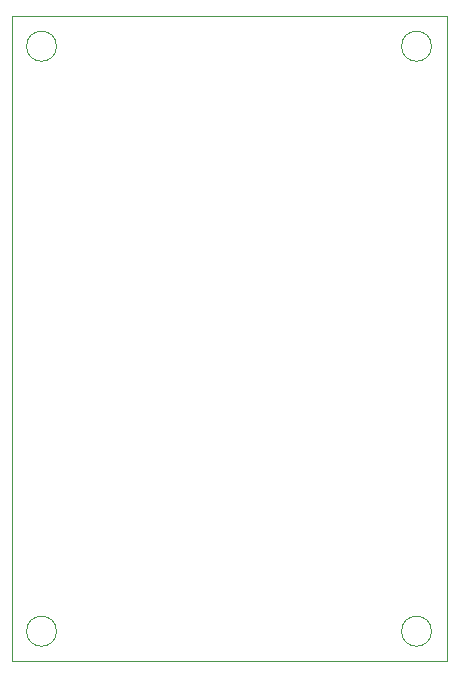
<source format=gm1>
%TF.GenerationSoftware,KiCad,Pcbnew,(6.0.4)*%
%TF.CreationDate,2022-04-18T10:48:46-05:00*%
%TF.ProjectId,broken-heart,62726f6b-656e-42d6-9865-6172742e6b69,rev?*%
%TF.SameCoordinates,Original*%
%TF.FileFunction,Profile,NP*%
%FSLAX46Y46*%
G04 Gerber Fmt 4.6, Leading zero omitted, Abs format (unit mm)*
G04 Created by KiCad (PCBNEW (6.0.4)) date 2022-04-18 10:48:46*
%MOMM*%
%LPD*%
G01*
G04 APERTURE LIST*
%TA.AperFunction,Profile*%
%ADD10C,0.100000*%
%TD*%
G04 APERTURE END LIST*
D10*
X110490000Y-64770000D02*
X147320000Y-64770000D01*
X147320000Y-64770000D02*
X147320000Y-119380000D01*
X147320000Y-119380000D02*
X110490000Y-119380000D01*
X110490000Y-119380000D02*
X110490000Y-64770000D01*
X146050000Y-116840000D02*
G75*
G03*
X146050000Y-116840000I-1270000J0D01*
G01*
X146050000Y-67310000D02*
G75*
G03*
X146050000Y-67310000I-1270000J0D01*
G01*
X114300000Y-67310000D02*
G75*
G03*
X114300000Y-67310000I-1270000J0D01*
G01*
X114300000Y-116840000D02*
G75*
G03*
X114300000Y-116840000I-1270000J0D01*
G01*
M02*

</source>
